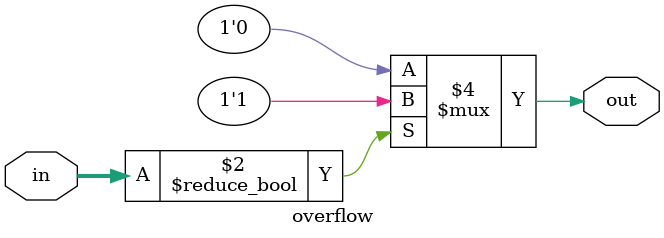
<source format=v>
module overflow (in, out);

input [15:0] in;

output reg out;


always @ (*)
begin
	if(in != 16'h0000)
		out = 1;
	else
		out = 0;
end


endmodule 
</source>
